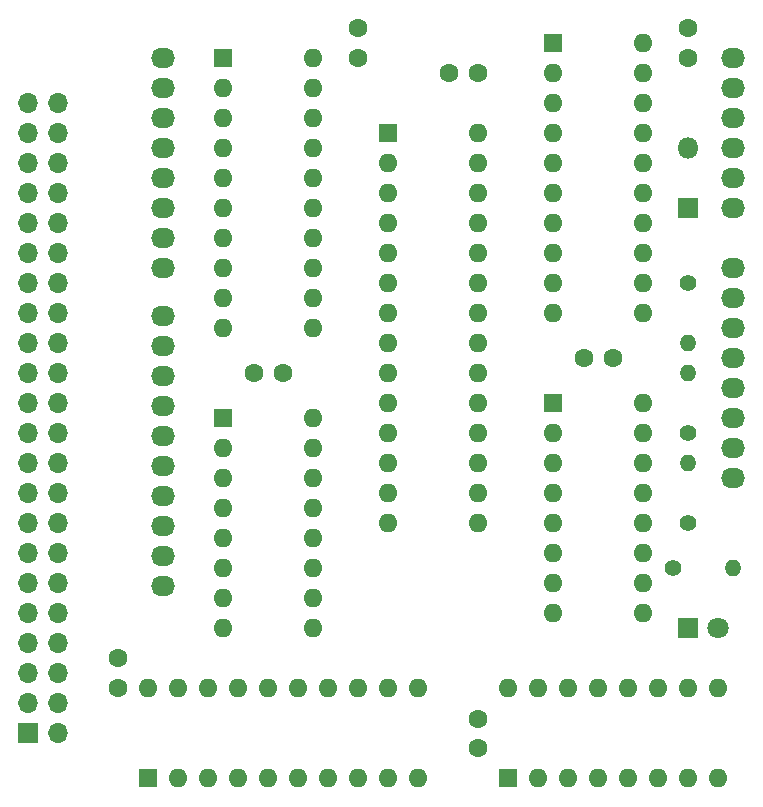
<source format=gbr>
G04 #@! TF.GenerationSoftware,KiCad,Pcbnew,(5.1.2)-2*
G04 #@! TF.CreationDate,2020-02-08T13:07:24+13:00*
G04 #@! TF.ProjectId,APEDSK-AU,41504544-534b-42d4-9155-2e6b69636164,rev?*
G04 #@! TF.SameCoordinates,Original*
G04 #@! TF.FileFunction,Soldermask,Top*
G04 #@! TF.FilePolarity,Negative*
%FSLAX46Y46*%
G04 Gerber Fmt 4.6, Leading zero omitted, Abs format (unit mm)*
G04 Created by KiCad (PCBNEW (5.1.2)-2) date 2020-02-08 13:07:24*
%MOMM*%
%LPD*%
G04 APERTURE LIST*
%ADD10O,1.400000X1.400000*%
%ADD11C,1.400000*%
%ADD12O,1.800000X1.800000*%
%ADD13R,1.800000X1.800000*%
%ADD14O,1.600000X1.600000*%
%ADD15R,1.600000X1.600000*%
%ADD16O,1.700000X1.700000*%
%ADD17R,1.700000X1.700000*%
%ADD18C,1.600000*%
%ADD19O,2.032000X1.727200*%
%ADD20C,1.800000*%
G04 APERTURE END LIST*
D10*
X171958000Y-116205000D03*
D11*
X166878000Y-116205000D03*
D10*
X168148000Y-107315000D03*
D11*
X168148000Y-112395000D03*
D10*
X168148000Y-99695000D03*
D11*
X168148000Y-104775000D03*
D10*
X168148000Y-97155000D03*
D11*
X168148000Y-92075000D03*
D12*
X168148000Y-80645000D03*
D13*
X168148000Y-85725000D03*
D14*
X152908000Y-126365000D03*
X170688000Y-133985000D03*
X155448000Y-126365000D03*
X168148000Y-133985000D03*
X157988000Y-126365000D03*
X165608000Y-133985000D03*
X160528000Y-126365000D03*
X163068000Y-133985000D03*
X163068000Y-126365000D03*
X160528000Y-133985000D03*
X165608000Y-126365000D03*
X157988000Y-133985000D03*
X168148000Y-126365000D03*
X155448000Y-133985000D03*
X170688000Y-126365000D03*
D15*
X152908000Y-133985000D03*
D16*
X114808000Y-76835000D03*
X112268000Y-76835000D03*
X114808000Y-79375000D03*
X112268000Y-79375000D03*
X114808000Y-81915000D03*
X112268000Y-81915000D03*
X114808000Y-84455000D03*
X112268000Y-84455000D03*
X114808000Y-86995000D03*
X112268000Y-86995000D03*
X114808000Y-89535000D03*
X112268000Y-89535000D03*
X114808000Y-92075000D03*
X112268000Y-92075000D03*
X114808000Y-94615000D03*
X112268000Y-94615000D03*
X114808000Y-97155000D03*
X112268000Y-97155000D03*
X114808000Y-99695000D03*
X112268000Y-99695000D03*
X114808000Y-102235000D03*
X112268000Y-102235000D03*
X114808000Y-104775000D03*
X112268000Y-104775000D03*
X114808000Y-107315000D03*
X112268000Y-107315000D03*
X114808000Y-109855000D03*
X112268000Y-109855000D03*
X114808000Y-112395000D03*
X112268000Y-112395000D03*
X114808000Y-114935000D03*
X112268000Y-114935000D03*
X114808000Y-117475000D03*
X112268000Y-117475000D03*
X114808000Y-120015000D03*
X112268000Y-120015000D03*
X114808000Y-122555000D03*
X112268000Y-122555000D03*
X114808000Y-125095000D03*
X112268000Y-125095000D03*
X114808000Y-127635000D03*
X112268000Y-127635000D03*
X114808000Y-130175000D03*
D17*
X112268000Y-130175000D03*
D14*
X122428000Y-126365000D03*
X145288000Y-133985000D03*
X124968000Y-126365000D03*
X142748000Y-133985000D03*
X127508000Y-126365000D03*
X140208000Y-133985000D03*
X130048000Y-126365000D03*
X137668000Y-133985000D03*
X132588000Y-126365000D03*
X135128000Y-133985000D03*
X135128000Y-126365000D03*
X132588000Y-133985000D03*
X137668000Y-126365000D03*
X130048000Y-133985000D03*
X140208000Y-126365000D03*
X127508000Y-133985000D03*
X142748000Y-126365000D03*
X124968000Y-133985000D03*
X145288000Y-126365000D03*
D15*
X122428000Y-133985000D03*
D18*
X119888000Y-123825000D03*
X119888000Y-126325000D03*
D14*
X136398000Y-73025000D03*
X128778000Y-95885000D03*
X136398000Y-75565000D03*
X128778000Y-93345000D03*
X136398000Y-78105000D03*
X128778000Y-90805000D03*
X136398000Y-80645000D03*
X128778000Y-88265000D03*
X136398000Y-83185000D03*
X128778000Y-85725000D03*
X136398000Y-85725000D03*
X128778000Y-83185000D03*
X136398000Y-88265000D03*
X128778000Y-80645000D03*
X136398000Y-90805000D03*
X128778000Y-78105000D03*
X136398000Y-93345000D03*
X128778000Y-75565000D03*
X136398000Y-95885000D03*
D15*
X128778000Y-73025000D03*
D14*
X136398000Y-103505000D03*
X128778000Y-121285000D03*
X136398000Y-106045000D03*
X128778000Y-118745000D03*
X136398000Y-108585000D03*
X128778000Y-116205000D03*
X136398000Y-111125000D03*
X128778000Y-113665000D03*
X136398000Y-113665000D03*
X128778000Y-111125000D03*
X136398000Y-116205000D03*
X128778000Y-108585000D03*
X136398000Y-118745000D03*
X128778000Y-106045000D03*
X136398000Y-121285000D03*
D15*
X128778000Y-103505000D03*
D19*
X123698000Y-90805000D03*
X123698000Y-88265000D03*
X123698000Y-85725000D03*
X123698000Y-83185000D03*
X123698000Y-80645000D03*
X123698000Y-78105000D03*
X123698000Y-75565000D03*
X123698000Y-73025000D03*
D14*
X150368000Y-79375000D03*
X142748000Y-112395000D03*
X150368000Y-81915000D03*
X142748000Y-109855000D03*
X150368000Y-84455000D03*
X142748000Y-107315000D03*
X150368000Y-86995000D03*
X142748000Y-104775000D03*
X150368000Y-89535000D03*
X142748000Y-102235000D03*
X150368000Y-92075000D03*
X142748000Y-99695000D03*
X150368000Y-94615000D03*
X142748000Y-97155000D03*
X150368000Y-97155000D03*
X142748000Y-94615000D03*
X150368000Y-99695000D03*
X142748000Y-92075000D03*
X150368000Y-102235000D03*
X142748000Y-89535000D03*
X150368000Y-104775000D03*
X142748000Y-86995000D03*
X150368000Y-107315000D03*
X142748000Y-84455000D03*
X150368000Y-109855000D03*
X142748000Y-81915000D03*
X150368000Y-112395000D03*
D15*
X142748000Y-79375000D03*
D14*
X164338000Y-102235000D03*
X156718000Y-120015000D03*
X164338000Y-104775000D03*
X156718000Y-117475000D03*
X164338000Y-107315000D03*
X156718000Y-114935000D03*
X164338000Y-109855000D03*
X156718000Y-112395000D03*
X164338000Y-112395000D03*
X156718000Y-109855000D03*
X164338000Y-114935000D03*
X156718000Y-107315000D03*
X164338000Y-117475000D03*
X156718000Y-104775000D03*
X164338000Y-120015000D03*
D15*
X156718000Y-102235000D03*
D14*
X164338000Y-71755000D03*
X156718000Y-94615000D03*
X164338000Y-74295000D03*
X156718000Y-92075000D03*
X164338000Y-76835000D03*
X156718000Y-89535000D03*
X164338000Y-79375000D03*
X156718000Y-86995000D03*
X164338000Y-81915000D03*
X156718000Y-84455000D03*
X164338000Y-84455000D03*
X156718000Y-81915000D03*
X164338000Y-86995000D03*
X156718000Y-79375000D03*
X164338000Y-89535000D03*
X156718000Y-76835000D03*
X164338000Y-92075000D03*
X156718000Y-74295000D03*
X164338000Y-94615000D03*
D15*
X156718000Y-71755000D03*
D20*
X170688000Y-121285000D03*
D13*
X168148000Y-121285000D03*
D18*
X150368000Y-128945000D03*
X150368000Y-131445000D03*
X161798000Y-98425000D03*
X159298000Y-98425000D03*
X168148000Y-70485000D03*
X168148000Y-72985000D03*
X147868000Y-74295000D03*
X150368000Y-74295000D03*
X140208000Y-70485000D03*
X140208000Y-72985000D03*
X131358000Y-99695000D03*
X133858000Y-99695000D03*
D19*
X171958000Y-108585000D03*
X171958000Y-106045000D03*
X171958000Y-103505000D03*
X171958000Y-100965000D03*
X171958000Y-98425000D03*
X171958000Y-95885000D03*
X171958000Y-93345000D03*
X171958000Y-90805000D03*
X171958000Y-85725000D03*
X171958000Y-83185000D03*
X171958000Y-80645000D03*
X171958000Y-78105000D03*
X171958000Y-75565000D03*
X171958000Y-73025000D03*
X123698000Y-117729000D03*
X123698000Y-115189000D03*
X123698000Y-112649000D03*
X123698000Y-110109000D03*
X123698000Y-107569000D03*
X123698000Y-105029000D03*
X123698000Y-102489000D03*
X123698000Y-99949000D03*
X123698000Y-97409000D03*
X123698000Y-94869000D03*
M02*

</source>
